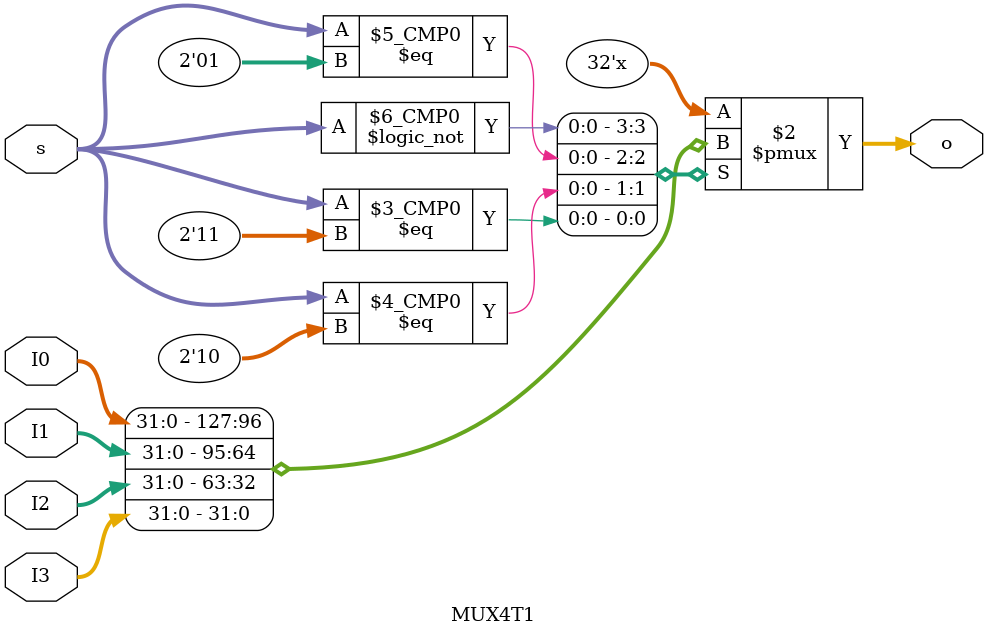
<source format=v>
`timescale 1ns / 1ps


module MUX4T1(
    input[1:0] s,
    input[31:0] I0,
    input[31:0] I1,
    input[31:0] I2,
    input[31:0] I3,
    output reg[31:0] o
);
    always @* begin
        case(s)
            2'b00: o = I0;
            2'b01: o = I1;
            2'b10: o = I2;
            2'b11: o = I3;
        endcase
    end
endmodule

</source>
